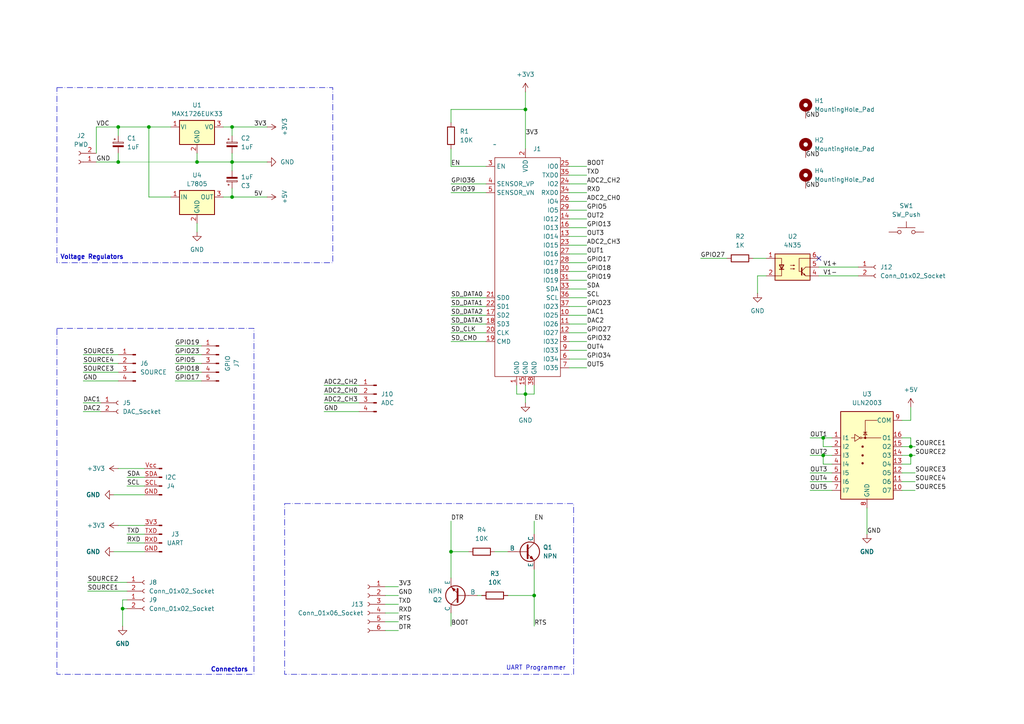
<source format=kicad_sch>
(kicad_sch (version 20231120) (generator "eeschema") (generator_version "8.0")
  (paper "A4")
  (lib_symbols
    (symbol "Alexander_Library_Symbols:Conn_I2C_01x04" (pin_names (offset 1.016) hide)
      (property "Reference" "J" (at 0 5.08 0))
      (property "Value" "I2C" (at 0 -7.62 0))
      (symbol "Conn_I2C_01x04_1_1"
        (polyline (pts (xy 1.27 -5.08) (xy 0.8636 -5.08)) (stroke (width 0.1524)))
        (polyline (pts (xy 1.27 -2.54) (xy 0.8636 -2.54)) (stroke (width 0.1524)))
        (polyline (pts (xy 1.27 0) (xy 0.8636 0)) (stroke (width 0.1524)))
        (polyline (pts (xy 1.27 2.54) (xy 0.8636 2.54)) (stroke (width 0.1524)))
        (rectangle (start 0.8636 -4.953) (end 0 -5.207) (stroke (width 0.1524)) (fill (type outline)))
        (rectangle (start 0.8636 -2.413) (end 0 -2.667) (stroke (width 0.1524)) (fill (type outline)))
        (rectangle (start 0.8636 0.127) (end 0 -0.127) (stroke (width 0.1524)) (fill (type outline)))
        (rectangle (start 0.8636 2.667) (end 0 2.413) (stroke (width 0.1524)) (fill (type outline)))
        (pin power_out line (at 5.08 -5.08 180) (length 3.81) (name "GND") (number "GND"))
        (pin bidirectional line (at 5.08 -2.54 180) (length 3.81) (name "SCL") (number "SCL"))
        (pin bidirectional line (at 5.08 0 180) (length 3.81) (name "SDA") (number "SDA"))
        (pin power_in line (at 5.08 2.54 180) (length 3.81) (name "VCC") (number "Vcc"))
      )
    )
    (symbol "Alexander_Library_Symbols:ESP32-WROOM-32D-SOCKET"
      (property "Reference" "J" (at 0 0 0))
      (symbol "ESP32-WROOM-32D-SOCKET_0_1"
        (rectangle (start 0 -3.81) (end 19.05 -67.31))
      )
      (symbol "ESP32-WROOM-32D-SOCKET_1_1"
        (pin power_out line (at 6.35 -69.85 90) (length 2.54) (name "GND") (number "1"))
        (pin bidirectional line (at 21.59 -49.53 180) (length 2.54) (name "IO25") (number "10"))
        (pin bidirectional line (at 21.59 -52.07 180) (length 2.54) (name "IO26") (number "11"))
        (pin bidirectional line (at 21.59 -54.61 180) (length 2.54) (name "IO27") (number "12"))
        (pin bidirectional line (at 21.59 -26.67 180) (length 2.54) (name "IO14") (number "13"))
        (pin bidirectional line (at 21.59 -21.59 180) (length 2.54) (name "IO12") (number "14"))
        (pin power_out line (at 8.89 -69.85 90) (length 2.54) (name "GND") (number "15"))
        (pin bidirectional line (at 21.59 -24.13 180) (length 2.54) (name "IO13") (number "16"))
        (pin input line (at -2.54 -49.53 0) (length 2.54) (name "SD2") (number "17"))
        (pin input line (at -2.54 -52.07 0) (length 2.54) (name "SD3") (number "18"))
        (pin input line (at -2.54 -57.15 0) (length 2.54) (name "CMD") (number "19"))
        (pin power_in line (at 8.89 -1.27 270) (length 2.54) (name "VDD") (number "2"))
        (pin input line (at -2.54 -54.61 0) (length 2.54) (name "CLK") (number "20"))
        (pin input line (at -2.54 -44.45 0) (length 2.54) (name "SD0") (number "21"))
        (pin input line (at -2.54 -46.99 0) (length 2.54) (name "SD1") (number "22"))
        (pin bidirectional line (at 21.59 -29.21 180) (length 2.54) (name "IO15") (number "23"))
        (pin bidirectional line (at 21.59 -11.43 180) (length 2.54) (name "IO2") (number "24"))
        (pin bidirectional line (at 21.59 -6.35 180) (length 2.54) (name "IO0") (number "25"))
        (pin bidirectional line (at 21.59 -16.51 180) (length 2.54) (name "IO4") (number "26"))
        (pin bidirectional line (at 21.59 -31.75 180) (length 2.54) (name "IO16") (number "27"))
        (pin bidirectional line (at 21.59 -34.29 180) (length 2.54) (name "IO17") (number "28"))
        (pin bidirectional line (at 21.59 -19.05 180) (length 2.54) (name "IO5") (number "29"))
        (pin input line (at -2.54 -6.35 0) (length 2.54) (name "EN") (number "3"))
        (pin bidirectional line (at 21.59 -36.83 180) (length 2.54) (name "IO18") (number "30"))
        (pin bidirectional line (at 21.59 -39.37 180) (length 2.54) (name "IO19") (number "31"))
        (pin bidirectional line (at 21.59 -41.91 180) (length 2.54) (name "SDA") (number "33"))
        (pin input line (at 21.59 -13.97 180) (length 2.54) (name "RXD0") (number "34"))
        (pin output line (at 21.59 -8.89 180) (length 2.54) (name "TXD0") (number "35"))
        (pin bidirectional line (at 21.59 -44.45 180) (length 2.54) (name "SCL") (number "36"))
        (pin bidirectional line (at 21.59 -46.99 180) (length 2.54) (name "IO23") (number "37"))
        (pin power_out line (at 11.43 -69.85 90) (length 2.54) (name "GND") (number "38"))
        (pin input line (at -2.54 -11.43 0) (length 2.54) (name "SENSOR_VP") (number "4"))
        (pin input line (at -2.54 -13.97 0) (length 2.54) (name "SENSOR_VN") (number "5"))
        (pin bidirectional line (at 21.59 -62.23 180) (length 2.54) (name "IO34") (number "6"))
        (pin bidirectional line (at 21.59 -64.77 180) (length 2.54) (name "IO35") (number "7"))
        (pin bidirectional line (at 21.59 -57.15 180) (length 2.54) (name "IO32") (number "8"))
        (pin bidirectional line (at 21.59 -59.69 180) (length 2.54) (name "IO33") (number "9"))
      )
    )
    (symbol "Conn_UART_1" (pin_names (offset 1.016) hide)
      (property "Reference" "J" (at 1.27 3.81 0))
      (property "Value" "UART" (at 2.54 -10.16 0))
      (symbol "Conn_UART_1_1_1"
        (polyline (pts (xy 1.27 -7.62) (xy 0.8636 -7.62)) (stroke (width 0.1524)))
        (polyline (pts (xy 1.27 -5.08) (xy 0.8636 -5.08)) (stroke (width 0.1524)))
        (polyline (pts (xy 1.27 -2.54) (xy 0.8636 -2.54)) (stroke (width 0.1524)))
        (polyline (pts (xy 1.27 0) (xy 0.8636 0)) (stroke (width 0.1524)))
        (rectangle (start 0.8636 -7.493) (end 0 -7.747) (stroke (width 0.1524)) (fill (type outline)))
        (rectangle (start 0.8636 -4.953) (end 0 -5.207) (stroke (width 0.1524)) (fill (type outline)))
        (rectangle (start 0.8636 -2.413) (end 0 -2.667) (stroke (width 0.1524)) (fill (type outline)))
        (rectangle (start 0.8636 0.127) (end 0 -0.127) (stroke (width 0.1524)) (fill (type outline)))
        (pin power_in line (at 5.08 0 180) (length 3.81) (name "3V3") (number "3V3"))
        (pin power_out line (at 5.08 -7.62 180) (length 3.81) (name "GND") (number "GND"))
        (pin input line (at 5.08 -5.08 180) (length 3.81) (name "RXD") (number "RXD"))
        (pin output line (at 5.08 -2.54 180) (length 3.81) (name "TXD") (number "TXD"))
      )
    )
    (symbol "Connector:Conn_01x02_Socket" (pin_names (offset 1.016) hide)
      (property "Reference" "J" (at 0 2.54 0))
      (property "Value" "Conn_01x02_Socket" (at 0 -5.08 0))
      (symbol "Conn_01x02_Socket_1_1"
        (arc (start 0 -2.032) (mid -0.5058 -2.54) (end 0 -3.048) (stroke (width 0.1524)))
        (polyline (pts (xy -1.27 -2.54) (xy -0.508 -2.54)) (stroke (width 0.1524)))
        (polyline (pts (xy -1.27 0) (xy -0.508 0)) (stroke (width 0.1524)))
        (arc (start 0 0.508) (mid -0.5058 0) (end 0 -0.508) (stroke (width 0.1524)))
        (pin passive line (at -5.08 0 0) (length 3.81) (name "Pin_1") (number "1"))
        (pin passive line (at -5.08 -2.54 0) (length 3.81) (name "Pin_2") (number "2"))
      )
    )
    (symbol "Connector:Conn_01x04_Pin" (pin_names (offset 1.016) hide)
      (property "Reference" "J" (at 0 5.08 0))
      (property "Value" "I2C" (at 0 -7.62 0))
      (symbol "Conn_01x04_Pin_1_1"
        (polyline (pts (xy 1.27 -5.08) (xy 0.8636 -5.08)) (stroke (width 0.1524)))
        (polyline (pts (xy 1.27 -2.54) (xy 0.8636 -2.54)) (stroke (width 0.1524)))
        (polyline (pts (xy 1.27 0) (xy 0.8636 0)) (stroke (width 0.1524)))
        (polyline (pts (xy 1.27 2.54) (xy 0.8636 2.54)) (stroke (width 0.1524)))
        (rectangle (start 0.8636 -4.953) (end 0 -5.207) (stroke (width 0.1524)) (fill (type outline)))
        (rectangle (start 0.8636 -2.413) (end 0 -2.667) (stroke (width 0.1524)) (fill (type outline)))
        (rectangle (start 0.8636 0.127) (end 0 -0.127) (stroke (width 0.1524)) (fill (type outline)))
        (rectangle (start 0.8636 2.667) (end 0 2.413) (stroke (width 0.1524)) (fill (type outline)))
        (pin passive line (at 5.08 2.54 180) (length 3.81) (name "Pin_1") (number "1"))
        (pin passive line (at 5.08 0 180) (length 3.81) (name "Pin_2") (number "2"))
        (pin passive line (at 5.08 -2.54 180) (length 3.81) (name "Pin_3") (number "3"))
        (pin passive line (at 5.08 -5.08 180) (length 3.81) (name "Pin_4") (number "4"))
      )
    )
    (symbol "Connector:Conn_01x05_Pin" (pin_names (offset 1.016) hide)
      (property "Reference" "J" (at 0 7.62 0))
      (property "Value" "Conn_01x05_Pin" (at 0 -7.62 0))
      (symbol "Conn_01x05_Pin_1_1"
        (polyline (pts (xy 1.27 -5.08) (xy 0.8636 -5.08)) (stroke (width 0.1524)))
        (polyline (pts (xy 1.27 -2.54) (xy 0.8636 -2.54)) (stroke (width 0.1524)))
        (polyline (pts (xy 1.27 0) (xy 0.8636 0)) (stroke (width 0.1524)))
        (polyline (pts (xy 1.27 2.54) (xy 0.8636 2.54)) (stroke (width 0.1524)))
        (polyline (pts (xy 1.27 5.08) (xy 0.8636 5.08)) (stroke (width 0.1524)))
        (rectangle (start 0.8636 -4.953) (end 0 -5.207) (stroke (width 0.1524)) (fill (type outline)))
        (rectangle (start 0.8636 -2.413) (end 0 -2.667) (stroke (width 0.1524)) (fill (type outline)))
        (rectangle (start 0.8636 0.127) (end 0 -0.127) (stroke (width 0.1524)) (fill (type outline)))
        (rectangle (start 0.8636 2.667) (end 0 2.413) (stroke (width 0.1524)) (fill (type outline)))
        (rectangle (start 0.8636 5.207) (end 0 4.953) (stroke (width 0.1524)) (fill (type outline)))
        (pin passive line (at 5.08 5.08 180) (length 3.81) (name "Pin_1") (number "1"))
        (pin passive line (at 5.08 2.54 180) (length 3.81) (name "Pin_2") (number "2"))
        (pin passive line (at 5.08 0 180) (length 3.81) (name "Pin_3") (number "3"))
        (pin passive line (at 5.08 -2.54 180) (length 3.81) (name "Pin_4") (number "4"))
        (pin passive line (at 5.08 -5.08 180) (length 3.81) (name "Pin_5") (number "5"))
      )
    )
    (symbol "Connector:Conn_01x06_Socket" (pin_names (offset 1.016) hide)
      (property "Reference" "J" (at 0 7.62 0))
      (property "Value" "Conn_01x06_Socket" (at 0 -10.16 0))
      (symbol "Conn_01x06_Socket_1_1"
        (arc (start 0 -7.112) (mid -0.5058 -7.62) (end 0 -8.128) (stroke (width 0.1524)))
        (arc (start 0 -4.572) (mid -0.5058 -5.08) (end 0 -5.588) (stroke (width 0.1524)))
        (arc (start 0 -2.032) (mid -0.5058 -2.54) (end 0 -3.048) (stroke (width 0.1524)))
        (polyline (pts (xy -1.27 -7.62) (xy -0.508 -7.62)) (stroke (width 0.1524)))
        (polyline (pts (xy -1.27 -5.08) (xy -0.508 -5.08)) (stroke (width 0.1524)))
        (polyline (pts (xy -1.27 -2.54) (xy -0.508 -2.54)) (stroke (width 0.1524)))
        (polyline (pts (xy -1.27 0) (xy -0.508 0)) (stroke (width 0.1524)))
        (polyline (pts (xy -1.27 2.54) (xy -0.508 2.54)) (stroke (width 0.1524)))
        (polyline (pts (xy -1.27 5.08) (xy -0.508 5.08)) (stroke (width 0.1524)))
        (arc (start 0 0.508) (mid -0.5058 0) (end 0 -0.508) (stroke (width 0.1524)))
        (arc (start 0 3.048) (mid -0.5058 2.54) (end 0 2.032) (stroke (width 0.1524)))
        (arc (start 0 5.588) (mid -0.5058 5.08) (end 0 4.572) (stroke (width 0.1524)))
        (pin passive line (at -5.08 5.08 0) (length 3.81) (name "Pin_1") (number "1"))
        (pin passive line (at -5.08 2.54 0) (length 3.81) (name "Pin_2") (number "2"))
        (pin passive line (at -5.08 0 0) (length 3.81) (name "Pin_3") (number "3"))
        (pin passive line (at -5.08 -2.54 0) (length 3.81) (name "Pin_4") (number "4"))
        (pin passive line (at -5.08 -5.08 0) (length 3.81) (name "Pin_5") (number "5"))
        (pin passive line (at -5.08 -7.62 0) (length 3.81) (name "Pin_6") (number "6"))
      )
    )
    (symbol "Device:C_Polarized_Small" (pin_numbers hide) (pin_names (offset 0.254) hide)
      (property "Reference" "C" (at 0.254 1.778 0))
      (property "Value" "C_Polarized_Small" (at 0.254 -2.032 0))
      (symbol "C_Polarized_Small_0_1"
        (rectangle (start -1.524 -0.3048) (end 1.524 -0.6858) (fill (type outline)))
        (rectangle (start -1.524 0.6858) (end 1.524 0.3048))
        (polyline (pts (xy -1.27 1.524) (xy -0.762 1.524)))
        (polyline (pts (xy -1.016 1.27) (xy -1.016 1.778)))
      )
      (symbol "C_Polarized_Small_1_1"
        (pin passive line (at 0 2.54 270) (length 1.8542) (name "~") (number "1"))
        (pin passive line (at 0 -2.54 90) (length 1.8542) (name "~") (number "2"))
      )
    )
    (symbol "Device:R" (pin_numbers hide) (pin_names (offset 0))
      (property "Reference" "R" (at 2.032 0 90))
      (property "Value" "R" (at 0 0 90))
      (symbol "R_0_1"
        (rectangle (start -1.016 -2.54) (end 1.016 2.54) (stroke (width 0.254)))
      )
      (symbol "R_1_1"
        (pin passive line (at 0 3.81 270) (length 1.27) (name "~") (number "1"))
        (pin passive line (at 0 -3.81 90) (length 1.27) (name "~") (number "2"))
      )
    )
    (symbol "GND_1" (power) (pin_numbers hide) (pin_names (offset 0) hide)
      (property "Value" "GND" (at 0 -3.81 0))
      (symbol "GND_1_0_1"
        (polyline (pts (xy 0 0) (xy 0 -1.27) (xy 1.27 -1.27) (xy 0 -2.54) (xy -1.27 -1.27) (xy 0 -1.27)))
      )
      (symbol "GND_1_1_1"
        (pin power_in line (at 0 0 270) (length 0) (name "~") (number "1"))
      )
    )
    (symbol "GND_2" (power) (pin_numbers hide) (pin_names (offset 0) hide)
      (property "Value" "GND" (at 0 -3.81 0))
      (symbol "GND_2_0_1"
        (polyline (pts (xy 0 0) (xy 0 -1.27) (xy 1.27 -1.27) (xy 0 -2.54) (xy -1.27 -1.27) (xy 0 -1.27)))
      )
      (symbol "GND_2_1_1"
        (pin power_in line (at 0 0 270) (length 0) (name "~") (number "1"))
      )
    )
    (symbol "Isolator:4N35" (pin_names (offset 1.016))
      (property "Reference" "U" (at -5.08 5.08 0))
      (property "Value" "4N35" (at 0 5.08 0))
      (symbol "4N35_0_1"
        (rectangle (start -5.08 3.81) (end 5.08 -3.81) (stroke (width 0.254)) (fill (type background)))
        (polyline (pts (xy -3.81 -0.635) (xy -2.54 -0.635)) (stroke (width 0.254)))
        (polyline (pts (xy 2.667 -1.397) (xy 3.81 -2.54)))
        (polyline (pts (xy 2.667 -1.143) (xy 3.81 0)))
        (polyline (pts (xy 3.81 -2.54) (xy 5.08 -2.54)))
        (polyline (pts (xy 3.81 0) (xy 5.08 0)))
        (polyline (pts (xy 2.667 -0.254) (xy 2.667 -2.286) (xy 2.667 -2.286)) (stroke (width 0.3556)))
        (polyline (pts (xy -5.08 -2.54) (xy -3.175 -2.54) (xy -3.175 2.54) (xy -5.08 2.54)))
        (polyline (pts (xy -3.175 -0.635) (xy -3.81 0.635) (xy -2.54 0.635) (xy -3.175 -0.635)) (stroke (width 0.254)))
        (polyline (pts (xy 3.683 -2.413) (xy 3.429 -1.905) (xy 3.175 -2.159) (xy 3.683 -2.413)))
        (polyline (pts (xy 5.08 2.54) (xy 1.905 2.54) (xy 1.905 -1.27) (xy 2.54 -1.27)))
        (polyline (pts (xy -0.635 -0.508) (xy 0.635 -0.508) (xy 0.254 -0.635) (xy 0.254 -0.381) (xy 0.635 -0.508)))
        (polyline (pts (xy -0.635 0.508) (xy 0.635 0.508) (xy 0.254 0.381) (xy 0.254 0.635) (xy 0.635 0.508)))
      )
      (symbol "4N35_1_1"
        (pin passive line (at -7.62 2.54 0) (length 2.54) (name "~") (number "1"))
        (pin passive line (at -7.62 -2.54 0) (length 2.54) (name "~") (number "2"))
        (pin no_connect line (at -5.08 0 0) (length 2.54) hide (name "NC") (number "3"))
        (pin passive line (at 7.62 -2.54 180) (length 2.54) (name "~") (number "4"))
        (pin passive line (at 7.62 0 180) (length 2.54) (name "~") (number "5"))
        (pin passive line (at 7.62 2.54 180) (length 2.54) (name "~") (number "6"))
      )
    )
    (symbol "Mechanical:MountingHole_Pad" (pin_numbers hide) (pin_names (offset 1.016) hide)
      (property "Reference" "H" (at 0 6.35 0))
      (property "Value" "MountingHole_Pad" (at 0 4.445 0))
      (symbol "MountingHole_Pad_0_1"
        (circle (center 0 1.27) (radius 1.27) (stroke (width 1.27)))
      )
      (symbol "MountingHole_Pad_1_1"
        (pin input line (at 0 -2.54 90) (length 2.54) (name "1") (number "1"))
      )
    )
    (symbol "Regulator_Linear:L7805" (pin_names (offset 0.254))
      (property "Reference" "U4" (at 0 6.35 0))
      (property "Value" "L7805" (at 0 3.81 0))
      (symbol "L7805_0_1"
        (rectangle (start -5.08 1.905) (end 5.08 -5.08) (stroke (width 0.254)) (fill (type background)))
      )
      (symbol "L7805_1_1"
        (pin power_in line (at -7.62 0 0) (length 2.54) (name "IN") (number "1"))
        (pin power_in line (at 0 -7.62 90) (length 2.54) (name "GND") (number "2"))
        (pin power_out line (at 7.62 0 180) (length 2.54) (name "OUT") (number "3"))
      )
    )
    (symbol "Regulator_Linear:LM78M05_TO220" (pin_names (offset 0.254))
      (property "Reference" "U" (at -3.81 3.175 0))
      (property "Value" "LM78M05_TO220" (at 0 3.175 0))
      (symbol "LM78M05_TO220_0_1"
        (rectangle (start -5.08 1.905) (end 5.08 -5.08) (stroke (width 0.254)) (fill (type background)))
      )
      (symbol "LM78M05_TO220_1_1"
        (pin power_in line (at -7.62 0 0) (length 2.54) (name "VI") (number "1"))
        (pin power_in line (at 0 -7.62 90) (length 2.54) (name "GND") (number "2"))
        (pin power_out line (at 7.62 0 180) (length 2.54) (name "VO") (number "3"))
      )
    )
    (symbol "Simulation_SPICE:NPN" (pin_numbers hide) (pin_names (offset 0))
      (property "Reference" "Q" (at -2.54 7.62 0))
      (property "Value" "NPN" (at -2.54 5.08 0))
      (symbol "NPN_0_1"
        (polyline (pts (xy -2.54 0) (xy 0.635 0)) (stroke (width 0.1524)))
        (polyline (pts (xy 0.635 0.635) (xy 2.54 2.54)))
        (polyline (pts (xy 2.794 -1.27) (xy 2.794 -1.27)) (stroke (width 0.1524)))
        (polyline (pts (xy 2.794 -1.27) (xy 2.794 -1.27)) (stroke (width 0.1524)))
        (polyline (pts (xy 0.635 -0.635) (xy 2.54 -2.54) (xy 2.54 -2.54)))
        (polyline (pts (xy 0.635 1.905) (xy 0.635 -1.905) (xy 0.635 -1.905)) (stroke (width 0.508)))
        (polyline (pts (xy 1.27 -1.778) (xy 1.778 -1.27) (xy 2.286 -2.286) (xy 1.27 -1.778) (xy 1.27 -1.778)) (fill (type outline)))
        (circle (center 1.27 0) (radius 2.8194) (stroke (width 0.254)))
      )
      (symbol "NPN_1_1"
        (pin open_collector line (at 2.54 5.08 270) (length 2.54) (name "C") (number "1"))
        (pin input line (at -5.08 0 0) (length 2.54) (name "B") (number "2"))
        (pin open_emitter line (at 2.54 -5.08 90) (length 2.54) (name "E") (number "3"))
      )
    )
    (symbol "Switch:SW_Push" (pin_numbers hide) (pin_names (offset 1.016) hide)
      (property "Reference" "SW" (at 1.27 2.54 0))
      (property "Value" "SW_Push" (at 0 -1.524 0))
      (symbol "SW_Push_0_1"
        (circle (center -2.032 0) (radius 0.508))
        (polyline (pts (xy 0 1.27) (xy 0 3.048)))
        (polyline (pts (xy 2.54 1.27) (xy -2.54 1.27)))
        (circle (center 2.032 0) (radius 0.508))
        (pin passive line (at -5.08 0 0) (length 2.54) (name "1") (number "1"))
        (pin passive line (at 5.08 0 180) (length 2.54) (name "2") (number "2"))
      )
    )
    (symbol "Transistor_Array:ULN2003"
      (property "Reference" "U" (at 0 15.875 0))
      (property "Value" "ULN2003" (at 0 13.97 0))
      (symbol "ULN2003_0_1"
        (rectangle (start -7.62 -12.7) (end 7.62 12.7) (stroke (width 0.254)) (fill (type background)))
        (circle (center -1.778 5.08) (radius 0.254))
        (circle (center -1.27 -2.286) (radius 0.254) (fill (type outline)))
        (circle (center -1.27 0) (radius 0.254) (fill (type outline)))
        (circle (center -1.27 2.54) (radius 0.254) (fill (type outline)))
        (circle (center -0.508 5.08) (radius 0.254) (fill (type outline)))
        (polyline (pts (xy -4.572 5.08) (xy -3.556 5.08)))
        (polyline (pts (xy -1.524 5.08) (xy 4.064 5.08)))
        (polyline (pts (xy 0 6.731) (xy -1.016 6.731)))
        (polyline (pts (xy -0.508 5.08) (xy -0.508 10.16) (xy 2.921 10.16)))
        (polyline (pts (xy -3.556 6.096) (xy -3.556 4.064) (xy -2.032 5.08) (xy -3.556 6.096)))
        (polyline (pts (xy 0 5.969) (xy -1.016 5.969) (xy -0.508 6.731) (xy 0 5.969)))
      )
      (symbol "ULN2003_1_1"
        (pin input line (at -10.16 5.08 0) (length 2.54) (name "I1") (number "1"))
        (pin open_collector line (at 10.16 -10.16 180) (length 2.54) (name "O7") (number "10"))
        (pin open_collector line (at 10.16 -7.62 180) (length 2.54) (name "O6") (number "11"))
        (pin open_collector line (at 10.16 -5.08 180) (length 2.54) (name "O5") (number "12"))
        (pin open_collector line (at 10.16 -2.54 180) (length 2.54) (name "O4") (number "13"))
        (pin open_collector line (at 10.16 0 180) (length 2.54) (name "O3") (number "14"))
        (pin open_collector line (at 10.16 2.54 180) (length 2.54) (name "O2") (number "15"))
        (pin open_collector line (at 10.16 5.08 180) (length 2.54) (name "O1") (number "16"))
        (pin input line (at -10.16 2.54 0) (length 2.54) (name "I2") (number "2"))
        (pin input line (at -10.16 0 0) (length 2.54) (name "I3") (number "3"))
        (pin input line (at -10.16 -2.54 0) (length 2.54) (name "I4") (number "4"))
        (pin input line (at -10.16 -5.08 0) (length 2.54) (name "I5") (number "5"))
        (pin input line (at -10.16 -7.62 0) (length 2.54) (name "I6") (number "6"))
        (pin input line (at -10.16 -10.16 0) (length 2.54) (name "I7") (number "7"))
        (pin power_in line (at 0 -15.24 90) (length 2.54) (name "GND") (number "8"))
        (pin passive line (at 10.16 10.16 180) (length 2.54) (name "COM") (number "9"))
      )
    )
    (symbol "power:+3V3" (power) (pin_names (offset 0))
      (property "Value" "+3V3" (at 0 3.556 0))
      (symbol "+3V3_0_1"
        (polyline (pts (xy -0.762 1.27) (xy 0 2.54)))
        (polyline (pts (xy 0 0) (xy 0 2.54)))
        (polyline (pts (xy 0 2.54) (xy 0.762 1.27)))
      )
      (symbol "+3V3_1_1"
        (pin power_in line (at 0 0 90) (length 0) hide (name "+3V3") (number "1"))
      )
    )
    (symbol "power:+5V" (power) (pin_names (offset 0))
      (property "Value" "+5V" (at 0 3.556 0))
      (symbol "+5V_0_1"
        (polyline (pts (xy -0.762 1.27) (xy 0 2.54)))
        (polyline (pts (xy 0 0) (xy 0 2.54)))
        (polyline (pts (xy 0 2.54) (xy 0.762 1.27)))
      )
      (symbol "+5V_1_1"
        (pin power_in line (at 0 0 90) (length 0) hide (name "+5V") (number "1"))
      )
    )
    (symbol "power:GND" (power) (pin_names (offset 0))
      (property "Value" "GND" (at 0 -3.81 0))
      (symbol "GND_0_1"
        (polyline (pts (xy 0 0) (xy 0 -1.27) (xy 1.27 -1.27) (xy 0 -2.54) (xy -1.27 -1.27) (xy 0 -1.27)))
      )
      (symbol "GND_1_1"
        (pin power_in line (at 0 0 270) (length 0) hide (name "GND") (number "1"))
      )
    )
  )
  (junction (at 57.15 46.99))
  (junction (at 67.31 46.99))
  (junction (at 34.29 46.99))
  (junction (at 152.4 31.75))
  (junction (at 264.16 129.54))
  (junction (at 67.31 57.15))
  (junction (at 238.76 132.08))
  (junction (at 130.81 160.02))
  (junction (at 43.18 36.83))
  (junction (at 154.94 172.72))
  (junction (at 264.16 132.08))
  (junction (at 67.31 36.83))
  (junction (at 34.29 36.83))
  (junction (at 238.76 127))
  (junction (at 152.4 114.3))
  (junction (at 35.56 176.53))
  (no_connect (at 237.49 74.93))
  (wire (pts (xy 165.1 53.34) (xy 170.18 53.34)))
  (wire (pts (xy 57.15 64.77) (xy 57.15 67.31)))
  (wire (pts (xy 130.81 96.52) (xy 140.97 96.52)))
  (wire (pts (xy 35.56 173.99) (xy 35.56 176.53)))
  (wire (pts (xy 36.83 140.97) (xy 41.91 140.97)))
  (wire (pts (xy 111.76 180.34) (xy 115.57 180.34)))
  (wire (pts (xy 25.4 168.91) (xy 36.83 168.91)))
  (wire (pts (xy 165.1 58.42) (xy 170.18 58.42)))
  (wire (pts (xy 130.81 160.02) (xy 135.89 160.02)))
  (wire (pts (xy 130.81 93.98) (xy 140.97 93.98)))
  (wire (pts (xy 49.53 57.15) (xy 43.18 57.15)))
  (wire (pts (xy 36.83 154.94) (xy 41.91 154.94)))
  (wire (pts (xy 154.94 151.13) (xy 154.94 154.94)))
  (wire (pts (xy 152.4 26.67) (xy 152.4 31.75)))
  (wire (pts (xy 165.1 73.66) (xy 170.18 73.66)))
  (wire (pts (xy 165.1 76.2) (xy 170.18 76.2)))
  (wire (pts (xy 34.29 135.89) (xy 41.91 135.89)))
  (wire (pts (xy 143.51 160.02) (xy 147.32 160.02)))
  (wire (pts (xy 57.15 44.45) (xy 57.15 46.99)))
  (wire (pts (xy 104.14 114.3) (xy 93.98 114.3)))
  (wire (pts (xy 165.1 99.06) (xy 170.18 99.06)))
  (wire (pts (xy 34.29 107.95) (xy 24.13 107.95)))
  (wire (pts (xy 234.95 137.16) (xy 241.3 137.16)))
  (wire (pts (xy 149.86 114.3) (xy 152.4 114.3)))
  (wire (pts (xy 58.42 102.87) (xy 50.8 102.87)))
  (wire (pts (xy 67.31 44.45) (xy 67.31 46.99)))
  (wire (pts (xy 241.3 134.62) (xy 238.76 134.62)))
  (wire (pts (xy 34.29 102.87) (xy 24.13 102.87)))
  (wire (pts (xy 165.1 48.26) (xy 170.18 48.26)))
  (wire (pts (xy 264.16 121.92) (xy 261.62 121.92)))
  (wire (pts (xy 58.42 105.41) (xy 50.8 105.41)))
  (wire (pts (xy 165.1 101.6) (xy 170.18 101.6)))
  (wire (pts (xy 234.95 139.7) (xy 241.3 139.7)))
  (wire (pts (xy 140.97 48.26) (xy 130.81 48.26)))
  (wire (pts (xy 111.76 182.88) (xy 115.57 182.88)))
  (wire (pts (xy 149.86 111.76) (xy 149.86 114.3)))
  (wire (pts (xy 43.18 36.83) (xy 49.53 36.83)))
  (wire (pts (xy 24.13 116.84) (xy 29.21 116.84)))
  (wire (pts (xy 130.81 55.88) (xy 140.97 55.88)))
  (wire (pts (xy 130.81 31.75) (xy 130.81 35.56)))
  (wire (pts (xy 35.56 176.53) (xy 36.83 176.53)))
  (wire (pts (xy 34.29 152.4) (xy 41.91 152.4)))
  (wire (pts (xy 34.29 36.83) (xy 34.29 39.37)))
  (wire (pts (xy 261.62 139.7) (xy 265.43 139.7)))
  (wire (pts (xy 34.29 44.45) (xy 34.29 46.99)))
  (wire (pts (xy 152.4 114.3) (xy 152.4 116.84)))
  (wire (pts (xy 130.81 88.9) (xy 140.97 88.9)))
  (wire (pts (xy 264.16 118.11) (xy 264.16 121.92)))
  (wire (pts (xy 25.4 171.45) (xy 36.83 171.45)))
  (wire (pts (xy 261.62 132.08) (xy 264.16 132.08)))
  (wire (pts (xy 130.81 86.36) (xy 140.97 86.36)))
  (wire (pts (xy 165.1 104.14) (xy 170.18 104.14)))
  (wire (pts (xy 237.49 80.01) (xy 248.92 80.01)))
  (wire (pts (xy 24.13 110.49) (xy 34.29 110.49)))
  (wire (pts (xy 43.18 36.83) (xy 43.18 57.15)))
  (wire (pts (xy 218.44 74.93) (xy 222.25 74.93)))
  (wire (pts (xy 36.83 173.99) (xy 35.56 173.99)))
  (wire (pts (xy 67.31 57.15) (xy 77.47 57.15)))
  (wire (pts (xy 67.31 46.99) (xy 77.47 46.99)))
  (wire (pts (xy 154.94 165.1) (xy 154.94 172.72)))
  (wire (pts (xy 264.16 129.54) (xy 264.16 127)))
  (wire (pts (xy 165.1 88.9) (xy 170.18 88.9)))
  (wire (pts (xy 165.1 96.52) (xy 170.18 96.52)))
  (wire (pts (xy 64.77 57.15) (xy 67.31 57.15)))
  (wire (pts (xy 241.3 132.08) (xy 238.76 132.08)))
  (wire (pts (xy 41.91 143.51) (xy 33.02 143.51)))
  (wire (pts (xy 261.62 129.54) (xy 264.16 129.54)))
  (wire (pts (xy 36.83 157.48) (xy 41.91 157.48)))
  (wire (pts (xy 234.95 142.24) (xy 241.3 142.24)))
  (wire (pts (xy 130.81 31.75) (xy 152.4 31.75)))
  (wire (pts (xy 67.31 46.99) (xy 67.31 49.53)))
  (wire (pts (xy 165.1 50.8) (xy 170.18 50.8)))
  (wire (pts (xy 64.77 36.83) (xy 67.31 36.83)))
  (wire (pts (xy 165.1 93.98) (xy 170.18 93.98)))
  (wire (pts (xy 58.42 107.95) (xy 50.8 107.95)))
  (wire (pts (xy 251.46 147.32) (xy 251.46 154.94)))
  (wire (pts (xy 264.16 132.08) (xy 265.43 132.08)))
  (wire (pts (xy 111.76 175.26) (xy 115.57 175.26)))
  (wire (pts (xy 57.15 46.99) (xy 67.31 46.99)))
  (wire (pts (xy 154.94 172.72) (xy 154.94 181.61)))
  (wire (pts (xy 111.76 177.8) (xy 115.57 177.8)))
  (wire (pts (xy 237.49 77.47) (xy 248.92 77.47)))
  (wire (pts (xy 165.1 81.28) (xy 170.18 81.28)))
  (wire (pts (xy 261.62 127) (xy 264.16 127)))
  (wire (pts (xy 130.81 99.06) (xy 140.97 99.06)))
  (wire (pts (xy 67.31 39.37) (xy 67.31 36.83)))
  (wire (pts (xy 165.1 55.88) (xy 170.18 55.88)))
  (wire (pts (xy 27.94 36.83) (xy 34.29 36.83)))
  (wire (pts (xy 165.1 66.04) (xy 170.18 66.04)))
  (wire (pts (xy 165.1 83.82) (xy 170.18 83.82)))
  (wire (pts (xy 264.16 129.54) (xy 265.43 129.54)))
  (wire (pts (xy 154.94 172.72) (xy 147.32 172.72)))
  (wire (pts (xy 130.81 151.13) (xy 130.81 160.02)))
  (wire (pts (xy 130.81 53.34) (xy 140.97 53.34)))
  (wire (pts (xy 41.91 160.02) (xy 33.02 160.02)))
  (wire (pts (xy 165.1 71.12) (xy 170.18 71.12)))
  (wire (pts (xy 203.2 74.93) (xy 210.82 74.93)))
  (wire (pts (xy 261.62 134.62) (xy 264.16 134.62)))
  (wire (pts (xy 165.1 63.5) (xy 170.18 63.5)))
  (wire (pts (xy 165.1 91.44) (xy 170.18 91.44)))
  (wire (pts (xy 165.1 106.68) (xy 170.18 106.68)))
  (wire (pts (xy 67.31 54.61) (xy 67.31 57.15)))
  (wire (pts (xy 264.16 134.62) (xy 264.16 132.08)))
  (wire (pts (xy 152.4 31.75) (xy 152.4 43.18)))
  (wire (pts (xy 138.43 172.72) (xy 139.7 172.72)))
  (wire (pts (xy 238.76 134.62) (xy 238.76 132.08)))
  (wire (pts (xy 219.71 85.09) (xy 219.71 80.01)))
  (wire (pts (xy 165.1 68.58) (xy 170.18 68.58)))
  (wire (pts (xy 24.13 119.38) (xy 29.21 119.38)))
  (wire (pts (xy 35.56 176.53) (xy 35.56 181.61)))
  (wire (pts (xy 154.94 114.3) (xy 152.4 114.3)))
  (wire (pts (xy 238.76 129.54) (xy 238.76 127)))
  (wire (pts (xy 130.81 177.8) (xy 130.81 181.61)))
  (wire (pts (xy 234.95 132.08) (xy 238.76 132.08)))
  (wire (pts (xy 165.1 60.96) (xy 170.18 60.96)))
  (wire (pts (xy 111.76 172.72) (xy 115.57 172.72)))
  (wire (pts (xy 241.3 127) (xy 238.76 127)))
  (wire (pts (xy 154.94 111.76) (xy 154.94 114.3)))
  (wire (pts (xy 261.62 137.16) (xy 265.43 137.16)))
  (wire (pts (xy 104.14 111.76) (xy 93.98 111.76)))
  (wire (pts (xy 234.95 127) (xy 238.76 127)))
  (wire (pts (xy 165.1 78.74) (xy 170.18 78.74)))
  (wire (pts (xy 58.42 110.49) (xy 50.8 110.49)))
  (wire (pts (xy 36.83 138.43) (xy 41.91 138.43)))
  (wire (pts (xy 165.1 86.36) (xy 170.18 86.36)))
  (wire (pts (xy 34.29 36.83) (xy 43.18 36.83)))
  (wire (pts (xy 111.76 170.18) (xy 115.57 170.18)))
  (wire (pts (xy 93.98 119.38) (xy 104.14 119.38)))
  (wire (pts (xy 130.81 91.44) (xy 140.97 91.44)))
  (wire (pts (xy 130.81 160.02) (xy 130.81 167.64)))
  (wire (pts (xy 130.81 43.18) (xy 130.81 48.26)))
  (wire (pts (xy 58.42 100.33) (xy 50.8 100.33)))
  (wire (pts (xy 261.62 142.24) (xy 265.43 142.24)))
  (wire (pts (xy 67.31 36.83) (xy 77.47 36.83)))
  (wire (pts (xy 27.94 46.99) (xy 34.29 46.99)))
  (wire (pts (xy 34.29 105.41) (xy 24.13 105.41)))
  (wire (pts (xy 219.71 80.01) (xy 222.25 80.01)))
  (wire (pts (xy 241.3 129.54) (xy 238.76 129.54)))
  (wire (pts (xy 152.4 111.76) (xy 152.4 114.3)))
  (wire (pts (xy 104.14 116.84) (xy 93.98 116.84)))
  (wire (pts (xy 34.29 46.99) (xy 57.15 46.99)) (stroke (width 0.0254)))
  (wire (pts (xy 27.94 36.83) (xy 27.94 44.45)))
  (rectangle (start 82.55 146.05) (end 166.37 195.58) (stroke (width 0) (type dash_dot)))
  (rectangle (start 16.51 95.25) (end 73.66 195.58) (stroke (width 0) (type dash_dot)))
  (rectangle (start 16.51 25.4) (end 96.52 76.2) (stroke (width 0) (type dash_dot)))
  (text "Voltage Regulators" (at 26.67 73.914 0) (effects (font (size 1.27 1.27) (thickness 0.254) (bold yes)) (justify top)))
  (text "UART Programmer" (at 155.448 193.802 0) (effects (font (size 1.27 1.27))))
  (text "Connectors\n" (at 66.548 194.31 0) (effects (font (size 1.27 1.27) (thickness 0.254) (bold yes))))
  (label "SOURCE5" (at 265.43 142.24 0))
  (label "GND" (at 233.68 34.29 0))
  (label "GND" (at 24.13 110.49 0))
  (label "SOURCE5" (at 24.13 102.87 0))
  (label "OUT5" (at 234.95 142.24 0))
  (label "SOURCE4" (at 24.13 105.41 0))
  (label "SD_DATA1" (at 130.81 88.9 0))
  (label "SOURCE1" (at 25.4 171.45 0))
  (label "TXD" (at 115.57 175.26 0))
  (label "GPIO27" (at 170.18 96.52 0))
  (label "GPIO5" (at 170.18 60.96 0))
  (label "SOURCE3" (at 24.13 107.95 0))
  (label "RTS" (at 154.94 181.61 0))
  (label "ADC2_CH2" (at 170.18 53.34 0))
  (label "OUT1" (at 170.18 73.66 0))
  (label "OUT2" (at 170.18 63.5 0))
  (label "3V3" (at 115.57 170.18 0))
  (label "SD_DATA0" (at 130.81 86.36 0))
  (label "EN" (at 154.94 151.13 0))
  (label "GPIO23" (at 170.18 88.9 0))
  (label "VDC" (at 27.94 36.83 0))
  (label "GPIO13" (at 170.18 66.04 0))
  (label "SD_CLK" (at 130.81 96.52 0))
  (label "DAC2" (at 24.13 119.38 0))
  (label "TXD" (at 170.18 50.8 0))
  (label "OUT2" (at 234.95 132.08 0))
  (label "ADC2_CH2" (at 93.98 111.76 0))
  (label "SDA" (at 170.18 83.82 0))
  (label "SD_CMD" (at 130.81 99.06 0))
  (label "ADC2_CH0" (at 93.98 114.3 0))
  (label "SD_DATA3" (at 130.81 93.98 0))
  (label "GPIO17" (at 170.18 76.2 0))
  (label "GPIO23" (at 50.8 102.87 0))
  (label "GPIO5" (at 50.8 105.41 0))
  (label "DTR" (at 130.81 151.13 0))
  (label "SD_DATA2" (at 130.81 91.44 0))
  (label "GPIO34" (at 170.18 104.14 0))
  (label "OUT3" (at 170.18 68.58 0))
  (label "GND" (at 93.98 119.38 0))
  (label "RTS" (at 115.57 180.34 0))
  (label "SCL" (at 170.18 86.36 0))
  (label "GPIO18" (at 170.18 78.74 0))
  (label "V1-" (at 238.76 80.01 0))
  (label "BOOT" (at 130.81 181.61 0))
  (label "RXD" (at 36.83 157.48 0))
  (label "GPIO27" (at 203.2 74.93 0))
  (label "SCL" (at 36.83 140.97 0))
  (label "GND" (at 115.57 172.72 0))
  (label "OUT4" (at 170.18 101.6 0))
  (label "3V3" (at 152.4 39.37 0))
  (label "ADC2_CH3" (at 170.18 71.12 0))
  (label "OUT5" (at 170.18 106.68 0))
  (label "GPIO39" (at 130.81 55.88 0))
  (label "SOURCE1" (at 265.43 129.54 0))
  (label "OUT3" (at 234.95 137.16 0))
  (label "GND" (at 233.68 45.72 0))
  (label "GPIO17" (at 50.8 110.49 0))
  (label "GPIO18" (at 50.8 107.95 0))
  (label "SOURCE2" (at 265.43 132.08 0))
  (label "BOOT" (at 170.18 48.26 0))
  (label "RXD" (at 115.57 177.8 0))
  (label "SOURCE3" (at 265.43 137.16 0))
  (label "OUT4" (at 234.95 139.7 0))
  (label "DTR" (at 115.57 182.88 0))
  (label "ADC2_CH0" (at 170.18 58.42 0))
  (label "5V" (at 73.66 57.15 0))
  (label "ADC2_CH3" (at 93.98 116.84 0))
  (label "GND" (at 233.68 54.61 0))
  (label "GPIO32" (at 170.18 99.06 0))
  (label "DAC2" (at 170.18 93.98 0))
  (label "DAC1" (at 170.18 91.44 0))
  (label "3V3" (at 73.66 36.83 0))
  (label "SDA" (at 36.83 138.43 0))
  (label "GPIO19" (at 50.8 100.33 0))
  (label "OUT1" (at 234.95 127 0))
  (label "GPIO36" (at 130.81 53.34 0))
  (label "GPIO19" (at 170.18 81.28 0))
  (label "GND" (at 27.94 46.99 0))
  (label "V1+" (at 238.76 77.47 0))
  (label "DAC1" (at 24.13 116.84 0))
  (label "EN" (at 130.81 48.26 0))
  (label "GND" (at 251.46 154.94 0))
  (label "SOURCE4" (at 265.43 139.7 0))
  (label "TXD" (at 36.83 154.94 0))
  (label "SOURCE2" (at 25.4 168.91 0))
  (label "RXD" (at 170.18 55.88 0))
  (symbol (lib_id "Connector:Conn_01x02_Socket") (at 34.29 116.84 0) (unit 1)
    (property "Reference" "J5" (at 35.56 116.84 0) (effects (justify left)))
    (property "Value" "DAC_Socket" (at 35.56 119.38 0) (effects (justify left)))
    (property "Footprint" "Connector_PinSocket_2.54mm:PinSocket_1x02_P2.54mm_Vertical" (effects (hide yes)))
  )
  (symbol (lib_id "power:GND") (at 77.47 46.99 90) (unit 1)
    (property "Reference" "#PWR03" (effects (hide yes)))
    (property "Value" "GND" (at 81.28 46.9899 90) (effects (justify right)))
  )
  (symbol (lib_id "Device:R") (at 143.51 172.72 270) (unit 1)
    (property "Reference" "R3" (at 143.51 166.37 90))
    (property "Value" "10K" (at 143.51 168.91 90))
    (property "Footprint" "Resistor_SMD:R_1210_3225Metric_Pad1.30x2.65mm_HandSolder" (effects (hide yes)))
    (property "Description" "Resistor" (effects (hide yes)))
  )
  (symbol (lib_id "Connector:Conn_01x04_Pin") (at 109.22 114.3 0) (mirror y) (unit 1)
    (property "Reference" "J10" (at 110.49 114.2999 0) (effects (justify right)))
    (property "Value" "ADC" (at 110.49 116.8399 0) (effects (justify right)))
    (property "Footprint" "Connector_PinSocket_2.54mm:PinSocket_1x04_P2.54mm_Vertical" (effects (hide yes)))
  )
  (symbol (lib_id "power:+3V3") (at 34.29 152.4 90) (unit 1)
    (property "Reference" "#PWR06" (effects (hide yes)))
    (property "Value" "+3V3" (at 30.48 152.3999 90) (effects (justify left)))
  )
  (symbol (lib_id "power:+3V3") (at 34.29 135.89 90) (unit 1)
    (property "Reference" "#PWR08" (effects (hide yes)))
    (property "Value" "+3V3" (at 30.48 135.89 90) (effects (justify left)))
  )
  (symbol (lib_id "power:+5V") (at 264.16 118.11 0) (unit 1)
    (property "Reference" "#PWR012" (effects (hide yes)))
    (property "Value" "+5V" (at 264.16 113.03 0))
  )
  (symbol (lib_id "Transistor_Array:ULN2003") (at 251.46 132.08 0) (unit 1)
    (property "Reference" "U3" (at 251.46 114.3 0))
    (property "Value" "ULN2003" (at 251.46 116.84 0))
    (property "Footprint" "Package_DIP:DIP-16_W7.62mm" (effects (hide yes)))
    (property "Datasheet" "http://www.ti.com/lit/ds/symlink/uln2003a.pdf" (effects (hide yes)))
  )
  (symbol (lib_id "Device:R") (at 139.7 160.02 270) (unit 1)
    (property "Reference" "R4" (at 139.7 153.67 90))
    (property "Value" "10K" (at 139.7 156.21 90))
    (property "Footprint" "Resistor_SMD:R_1210_3225Metric_Pad1.30x2.65mm_HandSolder" (effects (hide yes)))
    (property "Description" "Resistor" (effects (hide yes)))
  )
  (symbol (lib_name "Conn_UART_1") (lib_id "Alexander_Library_Symbols:Conn_UART") (at 46.99 152.4 0) (mirror y) (unit 1)
    (property "Reference" "J3" (at 50.8 154.94 0))
    (property "Value" "UART" (at 50.8 157.48 0))
    (property "Footprint" "Alexander Footprints Library:Conn_UART" (effects (hide yes)))
  )
  (symbol (lib_id "Device:C_Polarized_Small") (at 67.31 52.07 0) (mirror x) (unit 1)
    (property "Reference" "C3" (at 69.85 53.8861 0) (effects (justify left)))
    (property "Value" "1uF" (at 69.85 51.3461 0) (effects (justify left)))
    (property "Footprint" "Capacitor_THT:CP_Radial_D4.0mm_P2.00mm" (effects (hide yes)))
  )
  (symbol (lib_id "Device:C_Polarized_Small") (at 34.29 41.91 0) (unit 1)
    (property "Reference" "C1" (at 36.83 40.0939 0) (effects (justify left)))
    (property "Value" "1uF" (at 36.83 42.6339 0) (effects (justify left)))
    (property "Footprint" "Capacitor_THT:CP_Radial_D4.0mm_P2.00mm" (effects (hide yes)))
  )
  (symbol (lib_id "Device:R") (at 214.63 74.93 90) (unit 1)
    (property "Reference" "R2" (at 214.63 68.58 90))
    (property "Value" "1K" (at 214.63 71.12 90))
    (property "Footprint" "Resistor_SMD:R_1210_3225Metric_Pad1.30x2.65mm_HandSolder" (effects (hide yes)))
  )
  (symbol (lib_id "power:GND") (at 33.02 143.51 270) (unit 1)
    (property "Reference" "#PWR09" (effects (hide yes)))
    (property "Value" "GND" (at 29.21 143.51 90) (effects (font (bold yes)) (justify right)))
  )
  (symbol (lib_id "power:GND") (at 33.02 160.02 270) (unit 1)
    (property "Reference" "#PWR07" (effects (hide yes)))
    (property "Value" "GND" (at 29.21 160.02 90) (effects (font (bold yes)) (justify right)))
  )
  (symbol (lib_id "Connector:Conn_01x05_Pin") (at 63.5 105.41 0) (mirror y) (unit 1)
    (property "Reference" "J7" (at 68.58 105.41 90))
    (property "Value" "GPIO" (at 66.04 105.41 90))
    (property "Footprint" "Connector_PinSocket_2.54mm:PinSocket_1x05_P2.54mm_Vertical" (effects (hide yes)))
  )
  (symbol (lib_id "Connector:Conn_01x02_Socket") (at 254 77.47 0) (unit 1)
    (property "Reference" "J12" (at 255.27 77.4699 0) (effects (justify left)))
    (property "Value" "Conn_01x02_Socket" (at 255.27 80.0099 0) (effects (justify left)))
    (property "Footprint" "Connector_PinSocket_2.54mm:PinSocket_1x02_P2.54mm_Vertical" (effects (hide yes)))
    (property "Description" "Generic connector, single row, 01x02, script generated" (effects (hide yes)))
  )
  (symbol (lib_id "Mechanical:MountingHole_Pad") (at 233.68 43.18 0) (unit 1)
    (property "Reference" "H2" (at 236.22 40.64 0) (effects (justify left)))
    (property "Value" "MountingHole_Pad" (at 236.22 43.18 0) (effects (justify left)))
    (property "Footprint" "MountingHole:MountingHole_3mm" (effects (hide yes)))
  )
  (symbol (lib_id "power:GND") (at 251.46 154.94 0) (unit 1)
    (property "Reference" "#PWR010" (effects (hide yes)))
    (property "Value" "GND" (at 251.46 160.02 0) (effects (font (bold yes))))
  )
  (symbol (lib_id "Connector:Conn_01x02_Socket") (at 41.91 173.99 0) (unit 1)
    (property "Reference" "J9" (at 43.18 173.99 0) (effects (justify left)))
    (property "Value" "Conn_01x02_Socket" (at 43.18 176.53 0) (effects (justify left)))
    (property "Footprint" "Alexander Footprints Library:Conn_Terminal_5mm" (effects (hide yes)))
  )
  (symbol (lib_id "Connector:Conn_01x04_Pin") (at 39.37 105.41 0) (mirror y) (unit 1)
    (property "Reference" "J6" (at 40.64 105.4099 0) (effects (justify right)))
    (property "Value" "SOURCE" (at 40.64 107.9499 0) (effects (justify right)))
    (property "Footprint" "Connector_PinSocket_2.54mm:PinSocket_1x04_P2.54mm_Vertical" (effects (hide yes)))
  )
  (symbol (lib_name "GND_1") (lib_id "power:GND") (at 35.56 181.61 0) (unit 1)
    (property "Reference" "#PWR014" (effects (hide yes)))
    (property "Value" "GND" (at 35.56 186.69 0) (effects (font (bold yes))))
    (property "Description" "Power symbol creates a global label with name \"GND\" , ground" (effects (hide yes)))
  )
  (symbol (lib_id "Connector:Conn_01x02_Socket") (at 41.91 168.91 0) (unit 1)
    (property "Reference" "J8" (at 43.18 168.91 0) (effects (justify left)))
    (property "Value" "Conn_01x02_Socket" (at 43.18 171.45 0) (effects (justify left)))
    (property "Footprint" "Alexander Footprints Library:Conn_Terminal_5mm" (effects (hide yes)))
  )
  (symbol (lib_id "Connector:Conn_01x02_Socket") (at 22.86 46.99 180) (unit 1)
    (property "Reference" "J2" (at 23.495 39.37 0))
    (property "Value" "PWD" (at 23.495 41.91 0))
    (property "Footprint" "Connector_PinSocket_2.54mm:PinSocket_1x02_P2.54mm_Vertical" (effects (hide yes)))
  )
  (symbol (lib_id "Regulator_Linear:L7805") (at 57.15 57.15 0) (unit 1)
    (property "Reference" "U4" (at 57.15 50.8 0))
    (property "Value" "L7805" (at 57.15 53.34 0))
    (property "Footprint" "Alexander Footprints Library:LD1117" (effects (hide yes)))
    (property "Datasheet" "datasheets/Voltage-Regulator_L7805.pdf" (effects (hide yes)))
    (property "Description" "Voltage Regulator 1.5A Positive" (effects (hide yes)))
  )
  (symbol (lib_id "Simulation_SPICE:NPN") (at 152.4 160.02 0) (unit 1)
    (property "Reference" "Q1" (at 157.48 158.7499 0) (effects (justify left)))
    (property "Value" "NPN" (at 157.48 161.2899 0) (effects (justify left)))
    (property "Footprint" "Package_TO_SOT_THT:TO-92_Inline_W4.0mm_Horizontal_FlatSideDown" (effects (hide yes)))
    (property "Datasheet" "https://ngspice.sourceforge.io/docs/ngspice-html-manual/manual.xhtml#cha_BJTs" (effects (hide yes)))
    (property "Description" "Bipolar transistor symbol for simulation only, substrate tied to the emitter" (effects (hide yes)))
    (property "Sim.Device" "NPN" (effects (hide yes)))
    (property "Sim.Type" "GUMMELPOON" (effects (hide yes)))
    (property "Sim.Pins" "1=C 2=B 3=E" (effects (hide yes)))
  )
  (symbol (lib_id "power:GND") (at 57.15 67.31 0) (unit 1)
    (property "Reference" "#PWR013" (effects (hide yes)))
    (property "Value" "GND" (at 57.15 72.39 0))
  )
  (symbol (lib_id "Device:C_Polarized_Small") (at 67.31 41.91 0) (unit 1)
    (property "Reference" "C2" (at 69.85 40.0939 0) (effects (justify left)))
    (property "Value" "1uF" (at 69.85 42.6339 0) (effects (justify left)))
    (property "Footprint" "Capacitor_THT:CP_Radial_D4.0mm_P2.00mm" (effects (hide yes)))
  )
  (symbol (lib_id "Switch:SW_Push") (at 262.89 67.31 0) (unit 1)
    (property "Reference" "SW1" (at 262.89 59.69 0))
    (property "Value" "SW_Push" (at 262.89 62.23 0))
    (property "Description" "Push button switch, generic, two pins" (effects (hide yes)))
  )
  (symbol (lib_id "power:+3V3") (at 152.4 26.67 0) (unit 1)
    (property "Reference" "#PWR02" (effects (hide yes)))
    (property "Value" "+3V3" (at 152.4 21.59 0))
  )
  (symbol (lib_id "Simulation_SPICE:NPN") (at 133.35 172.72 180) (unit 1)
    (property "Reference" "Q2" (at 128.27 173.9901 0) (effects (justify left)))
    (property "Value" "NPN" (at 128.27 171.4501 0) (effects (justify left)))
    (property "Footprint" "Package_TO_SOT_THT:TO-92_Inline_W4.0mm_Horizontal_FlatSideDown" (effects (hide yes)))
    (property "Datasheet" "https://ngspice.sourceforge.io/docs/ngspice-html-manual/manual.xhtml#cha_BJTs" (effects (hide yes)))
    (property "Description" "Bipolar transistor symbol for simulation only, substrate tied to the emitter" (effects (hide yes)))
    (property "Sim.Device" "NPN" (effects (hide yes)))
    (property "Sim.Type" "GUMMELPOON" (effects (hide yes)))
    (property "Sim.Pins" "1=C 2=B 3=E" (effects (hide yes)))
  )
  (symbol (lib_id "power:+5V") (at 77.47 57.15 270) (unit 1)
    (property "Reference" "#PWR05" (effects (hide yes)))
    (property "Value" "+5V" (at 82.55 57.15 0))
  )
  (symbol (lib_id "Mechanical:MountingHole_Pad") (at 233.68 31.75 0) (unit 1)
    (property "Reference" "H1" (at 236.22 29.21 0) (effects (justify left)))
    (property "Value" "MountingHole_Pad" (at 236.22 31.75 0) (effects (justify left)))
    (property "Footprint" "MountingHole:MountingHole_3mm" (effects (hide yes)))
  )
  (symbol (lib_id "Regulator_Linear:LM78M05_TO220") (at 57.15 36.83 0) (unit 1)
    (property "Reference" "U1" (at 57.15 30.48 0))
    (property "Value" "MAX1726EUK33" (at 57.15 33.02 0))
    (property "Footprint" "Package_TO_SOT_SMD:SOT-223-3_TabPin2" (effects (hide yes)))
    (property "Datasheet" "https://www.onsemi.com/pub/Collateral/MC78M00-D.PDF" (effects (hide yes)))
  )
  (symbol (lib_id "Mechanical:MountingHole_Pad") (at 233.68 52.07 0) (unit 1)
    (property "Reference" "H4" (at 236.22 49.53 0) (effects (justify left)))
    (property "Value" "MountingHole_Pad" (at 236.22 52.07 0) (effects (justify left)))
    (property "Footprint" "MountingHole:MountingHole_3mm" (effects (hide yes)))
  )
  (symbol (lib_id "Isolator:4N35") (at 229.87 77.47 0) (unit 1)
    (property "Reference" "U2" (at 229.87 68.58 0))
    (property "Value" "4N35" (at 229.87 71.12 0))
    (property "Footprint" "Package_DIP:DIP-6_W7.62mm" (effects (hide yes)))
    (property "Datasheet" "https://www.vishay.com/docs/81181/4n35.pdf" (effects (hide yes)))
    (property "Description" "Optocoupler, Phototransistor Output, with Base Connection, Vce 70V, CTR 100%, Viso 5000V, DIP6" (effects (hide yes)))
  )
  (symbol (lib_id "power:+3V3") (at 77.47 36.83 270) (unit 1)
    (property "Reference" "#PWR04" (effects (hide yes)))
    (property "Value" "+3V3" (at 82.55 36.83 0))
  )
  (symbol (lib_id "Alexander_Library_Symbols:Conn_I2C_01x04") (at 46.99 138.43 0) (mirror y) (unit 1)
    (property "Reference" "J4" (at 49.53 140.97 0))
    (property "Value" "I2C" (at 49.53 138.43 0))
    (property "Footprint" "Alexander Footprints Library:Conn_I2C" (effects (hide yes)))
  )
  (symbol (lib_id "Device:R") (at 130.81 39.37 0) (unit 1)
    (property "Reference" "R1" (at 133.35 38.1 0) (effects (justify left)))
    (property "Value" "10K" (at 133.35 40.64 0) (effects (justify left)))
    (property "Footprint" "Resistor_SMD:R_1210_3225Metric_Pad1.30x2.65mm_HandSolder" (effects (hide yes)))
  )
  (symbol (lib_name "GND_2") (lib_id "power:GND") (at 219.71 85.09 0) (unit 1)
    (property "Reference" "#PWR011" (effects (hide yes)))
    (property "Value" "GND" (at 219.71 90.17 0))
    (property "Description" "Power symbol creates a global label with name \"GND\" , ground" (effects (hide yes)))
  )
  (symbol (lib_id "Connector:Conn_01x06_Socket") (at 106.68 175.26 0) (mirror y) (unit 1)
    (property "Reference" "J13" (at 105.41 175.2599 0) (effects (justify left)))
    (property "Value" "Conn_01x06_Socket" (at 105.41 177.7999 0) (effects (justify left)))
    (property "Footprint" "Connector_PinSocket_2.54mm:PinSocket_1x06_P2.54mm_Vertical" (effects (hide yes)))
    (property "Description" "Generic connector, single row, 01x06, script generated" (effects (hide yes)))
  )
  (symbol (lib_id "power:GND") (at 152.4 116.84 0) (unit 1)
    (property "Reference" "#PWR01" (effects (hide yes)))
    (property "Value" "GND" (at 152.4 121.92 0))
  )
  (symbol (lib_id "Alexander_Library_Symbols:ESP32-WROOM-32D-SOCKET") (at 143.51 41.91 0) (unit 1)
    (property "Reference" "J1" (at 154.5941 43.18 0) (effects (justify left)))
    (property "Value" "~" (at 143.51 41.91 0))
    (property "Footprint" "Alexander Footprints Library:ESP32-WROOM-Adapter-Socket-2" (effects (hide yes)))
  )
)
</source>
